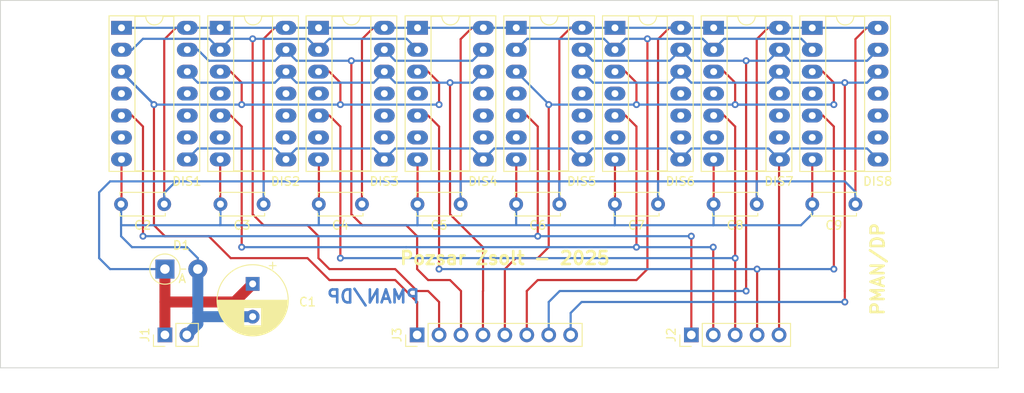
<source format=kicad_pcb>
(kicad_pcb (version 20211014) (generator pcbnew)
  (title_block (title "PMAN/DP - display module") (date "2025-08-28") (rev "1.0") (company "Pozsar Zsolt") (comment 1 "Zacchaeus Microcomputer"))
  (layers (0 "F.Cu" signal) (31 "B.Cu" signal) (34 "B.Paste" user) (35 "F.Paste" user) (36 "B.SilkS" user "B.Silkscreen") (37 "F.SilkS" user "F.Silkscreen") (38 "B.Mask" user) (39 "F.Mask" user) (44 "Edge.Cuts" user))
  (net 0 "")
  (net 1 "/D2")
  (net 2 "/D3")
  (net 4 "/S0")
  (net 5 "GNDD")
  (net 6 "/BL")
  (net 8 "/D0")
  (net 9 "/D1")
  (net 10 "/D6")
  (net 11 "/D7")
  (net 14 "/D4")
  (net 15 "/D5")
  (net 17 "/S1")
  (net 22 "/S2")
  (net 27 "/S3")
  (net 31 "Net-(C2-Pad2)")
  (footprint "Connector_PinHeader_2.54mm:PinHeader_1x02_P2.54mm_Vertical" (layer "F.Cu") (at 91.44 127 90)
    (fp_text reference "J1" (at 0 -2.33 90) (layer "F.SilkS"))
    (fp_text value "Conn_01x02_Male")
    (pad "1" thru_hole rect (at 0 0 90) (size 1.7 1.7) (drill 1) (layers *.Cu *.Mask) (net 31 "Net-(C2-Pad2)"))
    (pad "2" thru_hole oval (at 0 2.54 90) (size 1.7 1.7) (drill 1) (layers *.Cu *.Mask) (net 5 "GNDD"))
  )
  (footprint "Package_DIP:DIP-14_W7.62mm_Socket_LongPads" (layer "F.Cu") (at 97.84 91.435)
    (fp_text reference "DIS2" (at 7.57 17.785) (layer "F.SilkS"))
    (fp_text value "TIL311")
    (pad "1" thru_hole rect (at 0 0) (size 2.4 1.6) (drill 0.8) (layers *.Cu *.Mask) (net 31 "Net-(C2-Pad2)"))
    (pad "2" thru_hole oval (at 0 2.54) (size 2.4 1.6) (drill 0.8) (layers *.Cu *.Mask) (net 9 "/D1"))
    (pad "3" thru_hole oval (at 0 5.08) (size 2.4 1.6) (drill 0.8) (layers *.Cu *.Mask) (net 8 "/D0"))
    (pad "4" thru_hole oval (at 0 7.62) (size 2.4 1.6) (drill 0.8) (layers *.Cu *.Mask))
    (pad "5" thru_hole oval (at 0 10.16) (size 2.4 1.6) (drill 0.8) (layers *.Cu *.Mask) (net 17 "/S1"))
    (pad "6" thru_hole oval (at 0 12.7) (size 2.4 1.6) (drill 0.8) (layers *.Cu *.Mask))
    (pad "7" thru_hole oval (at 0 15.24) (size 2.4 1.6) (drill 0.8) (layers *.Cu *.Mask) (net 5 "GNDD"))
    (pad "8" thru_hole oval (at 7.62 15.24) (size 2.4 1.6) (drill 0.8) (layers *.Cu *.Mask) (net 6 "/BL"))
    (pad "9" thru_hole oval (at 7.62 12.7) (size 2.4 1.6) (drill 0.8) (layers *.Cu *.Mask))
    (pad "10" thru_hole oval (at 7.62 10.16) (size 2.4 1.6) (drill 0.8) (layers *.Cu *.Mask))
    (pad "11" thru_hole oval (at 7.62 7.62) (size 2.4 1.6) (drill 0.8) (layers *.Cu *.Mask))
    (pad "12" thru_hole oval (at 7.62 5.08) (size 2.4 1.6) (drill 0.8) (layers *.Cu *.Mask) (net 2 "/D3"))
    (pad "13" thru_hole oval (at 7.62 2.54) (size 2.4 1.6) (drill 0.8) (layers *.Cu *.Mask) (net 1 "/D2"))
    (pad "14" thru_hole oval (at 7.62 0) (size 2.4 1.6) (drill 0.8) (layers *.Cu *.Mask) (net 31 "Net-(C2-Pad2)"))
  )
  (footprint "Capacitor_THT:C_Disc_D5.0mm_W2.5mm_P5.00mm" (layer "F.Cu") (at 86.36 111.86)
    (fp_text reference "C2" (at 2.5 2.44) (layer "F.SilkS"))
    (fp_text value "100n")
    (pad "1" thru_hole circle (at 0 0) (size 1.6 1.6) (drill 0.8) (layers *.Cu *.Mask) (net 5 "GNDD"))
    (pad "2" thru_hole circle (at 5 0) (size 1.6 1.6) (drill 0.8) (layers *.Cu *.Mask) (net 31 "Net-(C2-Pad2)"))
  )
  (footprint "Package_DIP:DIP-14_W7.62mm_Socket_LongPads" (layer "F.Cu") (at 120.7 91.435)
    (fp_text reference "DIS4" (at 7.57 17.785) (layer "F.SilkS"))
    (fp_text value "TIL311")
    (pad "1" thru_hole rect (at 0 0) (size 2.4 1.6) (drill 0.8) (layers *.Cu *.Mask) (net 31 "Net-(C2-Pad2)"))
    (pad "2" thru_hole oval (at 0 2.54) (size 2.4 1.6) (drill 0.8) (layers *.Cu *.Mask) (net 9 "/D1"))
    (pad "3" thru_hole oval (at 0 5.08) (size 2.4 1.6) (drill 0.8) (layers *.Cu *.Mask) (net 8 "/D0"))
    (pad "4" thru_hole oval (at 0 7.62) (size 2.4 1.6) (drill 0.8) (layers *.Cu *.Mask))
    (pad "5" thru_hole oval (at 0 10.16) (size 2.4 1.6) (drill 0.8) (layers *.Cu *.Mask) (net 27 "/S3"))
    (pad "6" thru_hole oval (at 0 12.7) (size 2.4 1.6) (drill 0.8) (layers *.Cu *.Mask))
    (pad "7" thru_hole oval (at 0 15.24) (size 2.4 1.6) (drill 0.8) (layers *.Cu *.Mask) (net 5 "GNDD"))
    (pad "8" thru_hole oval (at 7.62 15.24) (size 2.4 1.6) (drill 0.8) (layers *.Cu *.Mask) (net 6 "/BL"))
    (pad "9" thru_hole oval (at 7.62 12.7) (size 2.4 1.6) (drill 0.8) (layers *.Cu *.Mask))
    (pad "10" thru_hole oval (at 7.62 10.16) (size 2.4 1.6) (drill 0.8) (layers *.Cu *.Mask))
    (pad "11" thru_hole oval (at 7.62 7.62) (size 2.4 1.6) (drill 0.8) (layers *.Cu *.Mask))
    (pad "12" thru_hole oval (at 7.62 5.08) (size 2.4 1.6) (drill 0.8) (layers *.Cu *.Mask) (net 2 "/D3"))
    (pad "13" thru_hole oval (at 7.62 2.54) (size 2.4 1.6) (drill 0.8) (layers *.Cu *.Mask) (net 1 "/D2"))
    (pad "14" thru_hole oval (at 7.62 0) (size 2.4 1.6) (drill 0.8) (layers *.Cu *.Mask) (net 31 "Net-(C2-Pad2)"))
  )
  (footprint "Package_DIP:DIP-14_W7.62mm_Socket_LongPads" (layer "F.Cu") (at 86.41 91.435)
    (fp_text reference "DIS1" (at 7.57 17.785) (layer "F.SilkS"))
    (fp_text value "TIL311")
    (pad "1" thru_hole rect (at 0 0) (size 2.4 1.6) (drill 0.8) (layers *.Cu *.Mask) (net 31 "Net-(C2-Pad2)"))
    (pad "2" thru_hole oval (at 0 2.54) (size 2.4 1.6) (drill 0.8) (layers *.Cu *.Mask) (net 9 "/D1"))
    (pad "3" thru_hole oval (at 0 5.08) (size 2.4 1.6) (drill 0.8) (layers *.Cu *.Mask) (net 8 "/D0"))
    (pad "4" thru_hole oval (at 0 7.62) (size 2.4 1.6) (drill 0.8) (layers *.Cu *.Mask))
    (pad "5" thru_hole oval (at 0 10.16) (size 2.4 1.6) (drill 0.8) (layers *.Cu *.Mask) (net 4 "/S0"))
    (pad "6" thru_hole oval (at 0 12.7) (size 2.4 1.6) (drill 0.8) (layers *.Cu *.Mask))
    (pad "7" thru_hole oval (at 0 15.24) (size 2.4 1.6) (drill 0.8) (layers *.Cu *.Mask) (net 5 "GNDD"))
    (pad "8" thru_hole oval (at 7.62 15.24) (size 2.4 1.6) (drill 0.8) (layers *.Cu *.Mask) (net 6 "/BL"))
    (pad "9" thru_hole oval (at 7.62 12.7) (size 2.4 1.6) (drill 0.8) (layers *.Cu *.Mask))
    (pad "10" thru_hole oval (at 7.62 10.16) (size 2.4 1.6) (drill 0.8) (layers *.Cu *.Mask))
    (pad "11" thru_hole oval (at 7.62 7.62) (size 2.4 1.6) (drill 0.8) (layers *.Cu *.Mask))
    (pad "12" thru_hole oval (at 7.62 5.08) (size 2.4 1.6) (drill 0.8) (layers *.Cu *.Mask) (net 2 "/D3"))
    (pad "13" thru_hole oval (at 7.62 2.54) (size 2.4 1.6) (drill 0.8) (layers *.Cu *.Mask) (net 1 "/D2"))
    (pad "14" thru_hole oval (at 7.62 0) (size 2.4 1.6) (drill 0.8) (layers *.Cu *.Mask) (net 31 "Net-(C2-Pad2)"))
  )
  (footprint "Capacitor_THT:C_Disc_D5.0mm_W2.5mm_P5.00mm" (layer "F.Cu") (at 143.55 111.86)
    (fp_text reference "C7" (at 2.5 2.44) (layer "F.SilkS"))
    (fp_text value "100n")
    (pad "1" thru_hole circle (at 0 0) (size 1.6 1.6) (drill 0.8) (layers *.Cu *.Mask) (net 5 "GNDD"))
    (pad "2" thru_hole circle (at 5 0) (size 1.6 1.6) (drill 0.8) (layers *.Cu *.Mask) (net 31 "Net-(C2-Pad2)"))
  )
  (footprint "Capacitor_THT:C_Disc_D5.0mm_W2.5mm_P5.00mm" (layer "F.Cu") (at 120.69 111.86)
    (fp_text reference "C5" (at 2.5 2.44) (layer "F.SilkS"))
    (fp_text value "100n")
    (pad "1" thru_hole circle (at 0 0) (size 1.6 1.6) (drill 0.8) (layers *.Cu *.Mask) (net 5 "GNDD"))
    (pad "2" thru_hole circle (at 5 0) (size 1.6 1.6) (drill 0.8) (layers *.Cu *.Mask) (net 31 "Net-(C2-Pad2)"))
  )
  (footprint "Capacitor_THT:C_Disc_D5.0mm_W2.5mm_P5.00mm" (layer "F.Cu") (at 132.12 111.86)
    (fp_text reference "C6" (at 2.5 2.44) (layer "F.SilkS"))
    (fp_text value "100n")
    (pad "1" thru_hole circle (at 0 0) (size 1.6 1.6) (drill 0.8) (layers *.Cu *.Mask) (net 5 "GNDD"))
    (pad "2" thru_hole circle (at 5 0) (size 1.6 1.6) (drill 0.8) (layers *.Cu *.Mask) (net 31 "Net-(C2-Pad2)"))
  )
  (footprint "Connector_PinHeader_2.54mm:PinHeader_1x08_P2.54mm_Vertical" (layer "F.Cu") (at 120.65 127 90)
    (fp_text reference "J3" (at 0 -2.33 90) (layer "F.SilkS"))
    (fp_text value "Conn_01x08_Male")
    (pad "1" thru_hole rect (at 0 0 90) (size 1.7 1.7) (drill 1) (layers *.Cu *.Mask) (net 8 "/D0"))
    (pad "2" thru_hole oval (at 0 2.54 90) (size 1.7 1.7) (drill 1) (layers *.Cu *.Mask) (net 9 "/D1"))
    (pad "3" thru_hole oval (at 0 5.08 90) (size 1.7 1.7) (drill 1) (layers *.Cu *.Mask) (net 1 "/D2"))
    (pad "4" thru_hole oval (at 0 7.62 90) (size 1.7 1.7) (drill 1) (layers *.Cu *.Mask) (net 2 "/D3"))
    (pad "5" thru_hole oval (at 0 10.16 90) (size 1.7 1.7) (drill 1) (layers *.Cu *.Mask) (net 14 "/D4"))
    (pad "6" thru_hole oval (at 0 12.7 90) (size 1.7 1.7) (drill 1) (layers *.Cu *.Mask) (net 15 "/D5"))
    (pad "7" thru_hole oval (at 0 15.24 90) (size 1.7 1.7) (drill 1) (layers *.Cu *.Mask) (net 10 "/D6"))
    (pad "8" thru_hole oval (at 0 17.78 90) (size 1.7 1.7) (drill 1) (layers *.Cu *.Mask) (net 11 "/D7"))
  )
  (footprint "Capacitor_THT:CP_Radial_D8.0mm_P3.80mm" (layer "F.Cu") (at 101.6 121.090839 -90)
    (fp_text reference "C1" (at 2.099161 -6.35 180) (layer "F.SilkS"))
    (fp_text value "100u")
    (pad "1" thru_hole rect (at 0 0 270) (size 1.6 1.6) (drill 0.8) (layers *.Cu *.Mask) (net 31 "Net-(C2-Pad2)"))
    (pad "2" thru_hole circle (at 3.8 0 270) (size 1.6 1.6) (drill 0.8) (layers *.Cu *.Mask) (net 5 "GNDD"))
  )
  (footprint "Package_DIP:DIP-14_W7.62mm_Socket_LongPads" (layer "F.Cu") (at 132.13 91.435)
    (fp_text reference "DIS5" (at 7.57 17.785) (layer "F.SilkS"))
    (fp_text value "TIL311")
    (pad "1" thru_hole rect (at 0 0) (size 2.4 1.6) (drill 0.8) (layers *.Cu *.Mask) (net 31 "Net-(C2-Pad2)"))
    (pad "2" thru_hole oval (at 0 2.54) (size 2.4 1.6) (drill 0.8) (layers *.Cu *.Mask) (net 15 "/D5"))
    (pad "3" thru_hole oval (at 0 5.08) (size 2.4 1.6) (drill 0.8) (layers *.Cu *.Mask) (net 14 "/D4"))
    (pad "4" thru_hole oval (at 0 7.62) (size 2.4 1.6) (drill 0.8) (layers *.Cu *.Mask))
    (pad "5" thru_hole oval (at 0 10.16) (size 2.4 1.6) (drill 0.8) (layers *.Cu *.Mask) (net 4 "/S0"))
    (pad "6" thru_hole oval (at 0 12.7) (size 2.4 1.6) (drill 0.8) (layers *.Cu *.Mask))
    (pad "7" thru_hole oval (at 0 15.24) (size 2.4 1.6) (drill 0.8) (layers *.Cu *.Mask) (net 5 "GNDD"))
    (pad "8" thru_hole oval (at 7.62 15.24) (size 2.4 1.6) (drill 0.8) (layers *.Cu *.Mask) (net 6 "/BL"))
    (pad "9" thru_hole oval (at 7.62 12.7) (size 2.4 1.6) (drill 0.8) (layers *.Cu *.Mask))
    (pad "10" thru_hole oval (at 7.62 10.16) (size 2.4 1.6) (drill 0.8) (layers *.Cu *.Mask))
    (pad "11" thru_hole oval (at 7.62 7.62) (size 2.4 1.6) (drill 0.8) (layers *.Cu *.Mask))
    (pad "12" thru_hole oval (at 7.62 5.08) (size 2.4 1.6) (drill 0.8) (layers *.Cu *.Mask) (net 11 "/D7"))
    (pad "13" thru_hole oval (at 7.62 2.54) (size 2.4 1.6) (drill 0.8) (layers *.Cu *.Mask) (net 10 "/D6"))
    (pad "14" thru_hole oval (at 7.62 0) (size 2.4 1.6) (drill 0.8) (layers *.Cu *.Mask) (net 31 "Net-(C2-Pad2)"))
  )
  (footprint "MountingHole:MountingHole_3.7mm" (layer "F.Cu") (at 182.88 98.425)
    (fp_text reference "REF**" hide)
    (fp_text value "MountingHole_3.7mm")
    (pad "" np_thru_hole oval (at 0 0) (size 3.7 8) (drill oval 3.7 8) (layers F&B.Cu *.Mask))
  )
  (footprint "Capacitor_THT:C_Disc_D5.0mm_W2.5mm_P5.00mm" (layer "F.Cu") (at 166.41 111.86)
    (fp_text reference "C9" (at 2.5 2.44) (layer "F.SilkS"))
    (fp_text value "100n")
    (pad "1" thru_hole circle (at 0 0) (size 1.6 1.6) (drill 0.8) (layers *.Cu *.Mask) (net 5 "GNDD"))
    (pad "2" thru_hole circle (at 5 0) (size 1.6 1.6) (drill 0.8) (layers *.Cu *.Mask) (net 31 "Net-(C2-Pad2)"))
  )
  (footprint "Package_DIP:DIP-14_W7.62mm_Socket_LongPads" (layer "F.Cu") (at 143.56 91.435)
    (fp_text reference "DIS6" (at 7.57 17.785) (layer "F.SilkS"))
    (fp_text value "TIL311")
    (pad "1" thru_hole rect (at 0 0) (size 2.4 1.6) (drill 0.8) (layers *.Cu *.Mask) (net 31 "Net-(C2-Pad2)"))
    (pad "2" thru_hole oval (at 0 2.54) (size 2.4 1.6) (drill 0.8) (layers *.Cu *.Mask) (net 15 "/D5"))
    (pad "3" thru_hole oval (at 0 5.08) (size 2.4 1.6) (drill 0.8) (layers *.Cu *.Mask) (net 14 "/D4"))
    (pad "4" thru_hole oval (at 0 7.62) (size 2.4 1.6) (drill 0.8) (layers *.Cu *.Mask))
    (pad "5" thru_hole oval (at 0 10.16) (size 2.4 1.6) (drill 0.8) (layers *.Cu *.Mask) (net 17 "/S1"))
    (pad "6" thru_hole oval (at 0 12.7) (size 2.4 1.6) (drill 0.8) (layers *.Cu *.Mask))
    (pad "7" thru_hole oval (at 0 15.24) (size 2.4 1.6) (drill 0.8) (layers *.Cu *.Mask) (net 5 "GNDD"))
    (pad "8" thru_hole oval (at 7.62 15.24) (size 2.4 1.6) (drill 0.8) (layers *.Cu *.Mask) (net 6 "/BL"))
    (pad "9" thru_hole oval (at 7.62 12.7) (size 2.4 1.6) (drill 0.8) (layers *.Cu *.Mask))
    (pad "10" thru_hole oval (at 7.62 10.16) (size 2.4 1.6) (drill 0.8) (layers *.Cu *.Mask))
    (pad "11" thru_hole oval (at 7.62 7.62) (size 2.4 1.6) (drill 0.8) (layers *.Cu *.Mask))
    (pad "12" thru_hole oval (at 7.62 5.08) (size 2.4 1.6) (drill 0.8) (layers *.Cu *.Mask) (net 11 "/D7"))
    (pad "13" thru_hole oval (at 7.62 2.54) (size 2.4 1.6) (drill 0.8) (layers *.Cu *.Mask) (net 10 "/D6"))
    (pad "14" thru_hole oval (at 7.62 0) (size 2.4 1.6) (drill 0.8) (layers *.Cu *.Mask) (net 31 "Net-(C2-Pad2)"))
  )
  (footprint "" (layer "F.Cu") (at 77.47 98.425)
    (fp_text reference "" (at 0 0) (layer "F.SilkS") (effects (font (size 1.27 1.27))))
    (fp_text value "" (at 0 0) (layer "F.SilkS") (effects (font (size 1.27 1.27))))
    (pad "" np_thru_hole oval (at 0 0) (size 3.7 8) (drill oval 3.7 8) (layers F&B.Cu *.Mask))
  )
  (footprint "Capacitor_THT:C_Disc_D5.0mm_W2.5mm_P5.00mm" (layer "F.Cu") (at 97.87 111.86)
    (fp_text reference "C3" (at 2.5 2.44) (layer "F.SilkS"))
    (fp_text value "100n")
    (pad "1" thru_hole circle (at 0 0) (size 1.6 1.6) (drill 0.8) (layers *.Cu *.Mask) (net 5 "GNDD"))
    (pad "2" thru_hole circle (at 5 0) (size 1.6 1.6) (drill 0.8) (layers *.Cu *.Mask) (net 31 "Net-(C2-Pad2)"))
  )
  (footprint "Package_DIP:DIP-14_W7.62mm_Socket_LongPads" (layer "F.Cu") (at 109.23 91.435)
    (fp_text reference "DIS3" (at 7.61 17.785) (layer "F.SilkS"))
    (fp_text value "TIL311")
    (pad "1" thru_hole rect (at 0 0) (size 2.4 1.6) (drill 0.8) (layers *.Cu *.Mask) (net 31 "Net-(C2-Pad2)"))
    (pad "2" thru_hole oval (at 0 2.54) (size 2.4 1.6) (drill 0.8) (layers *.Cu *.Mask) (net 9 "/D1"))
    (pad "3" thru_hole oval (at 0 5.08) (size 2.4 1.6) (drill 0.8) (layers *.Cu *.Mask) (net 8 "/D0"))
    (pad "4" thru_hole oval (at 0 7.62) (size 2.4 1.6) (drill 0.8) (layers *.Cu *.Mask))
    (pad "5" thru_hole oval (at 0 10.16) (size 2.4 1.6) (drill 0.8) (layers *.Cu *.Mask) (net 22 "/S2"))
    (pad "6" thru_hole oval (at 0 12.7) (size 2.4 1.6) (drill 0.8) (layers *.Cu *.Mask))
    (pad "7" thru_hole oval (at 0 15.24) (size 2.4 1.6) (drill 0.8) (layers *.Cu *.Mask) (net 5 "GNDD"))
    (pad "8" thru_hole oval (at 7.62 15.24) (size 2.4 1.6) (drill 0.8) (layers *.Cu *.Mask) (net 6 "/BL"))
    (pad "9" thru_hole oval (at 7.62 12.7) (size 2.4 1.6) (drill 0.8) (layers *.Cu *.Mask))
    (pad "10" thru_hole oval (at 7.62 10.16) (size 2.4 1.6) (drill 0.8) (layers *.Cu *.Mask))
    (pad "11" thru_hole oval (at 7.62 7.62) (size 2.4 1.6) (drill 0.8) (layers *.Cu *.Mask))
    (pad "12" thru_hole oval (at 7.62 5.08) (size 2.4 1.6) (drill 0.8) (layers *.Cu *.Mask) (net 2 "/D3"))
    (pad "13" thru_hole oval (at 7.62 2.54) (size 2.4 1.6) (drill 0.8) (layers *.Cu *.Mask) (net 1 "/D2"))
    (pad "14" thru_hole oval (at 7.62 0) (size 2.4 1.6) (drill 0.8) (layers *.Cu *.Mask) (net 31 "Net-(C2-Pad2)"))
  )
  (footprint "Package_DIP:DIP-14_W7.62mm_Socket_LongPads" (layer "F.Cu") (at 166.41 91.44)
    (fp_text reference "DIS8" (at 7.58 17.78) (layer "F.SilkS"))
    (fp_text value "TIL311")
    (pad "1" thru_hole rect (at 0 0) (size 2.4 1.6) (drill 0.8) (layers *.Cu *.Mask) (net 31 "Net-(C2-Pad2)"))
    (pad "2" thru_hole oval (at 0 2.54) (size 2.4 1.6) (drill 0.8) (layers *.Cu *.Mask) (net 15 "/D5"))
    (pad "3" thru_hole oval (at 0 5.08) (size 2.4 1.6) (drill 0.8) (layers *.Cu *.Mask) (net 14 "/D4"))
    (pad "4" thru_hole oval (at 0 7.62) (size 2.4 1.6) (drill 0.8) (layers *.Cu *.Mask))
    (pad "5" thru_hole oval (at 0 10.16) (size 2.4 1.6) (drill 0.8) (layers *.Cu *.Mask) (net 27 "/S3"))
    (pad "6" thru_hole oval (at 0 12.7) (size 2.4 1.6) (drill 0.8) (layers *.Cu *.Mask))
    (pad "7" thru_hole oval (at 0 15.24) (size 2.4 1.6) (drill 0.8) (layers *.Cu *.Mask) (net 5 "GNDD"))
    (pad "8" thru_hole oval (at 7.62 15.24) (size 2.4 1.6) (drill 0.8) (layers *.Cu *.Mask) (net 6 "/BL"))
    (pad "9" thru_hole oval (at 7.62 12.7) (size 2.4 1.6) (drill 0.8) (layers *.Cu *.Mask))
    (pad "10" thru_hole oval (at 7.62 10.16) (size 2.4 1.6) (drill 0.8) (layers *.Cu *.Mask))
    (pad "11" thru_hole oval (at 7.62 7.62) (size 2.4 1.6) (drill 0.8) (layers *.Cu *.Mask))
    (pad "12" thru_hole oval (at 7.62 5.08) (size 2.4 1.6) (drill 0.8) (layers *.Cu *.Mask) (net 11 "/D7"))
    (pad "13" thru_hole oval (at 7.62 2.54) (size 2.4 1.6) (drill 0.8) (layers *.Cu *.Mask) (net 10 "/D6"))
    (pad "14" thru_hole oval (at 7.62 0) (size 2.4 1.6) (drill 0.8) (layers *.Cu *.Mask) (net 31 "Net-(C2-Pad2)"))
  )
  (footprint "Capacitor_THT:C_Disc_D5.0mm_W2.5mm_P5.00mm" (layer "F.Cu") (at 109.26 111.86)
    (fp_text reference "C4" (at 2.5 2.44) (layer "F.SilkS"))
    (fp_text value "100n")
    (pad "1" thru_hole circle (at 0 0) (size 1.6 1.6) (drill 0.8) (layers *.Cu *.Mask) (net 5 "GNDD"))
    (pad "2" thru_hole circle (at 5 0) (size 1.6 1.6) (drill 0.8) (layers *.Cu *.Mask) (net 31 "Net-(C2-Pad2)"))
  )
  (footprint "Connector_PinHeader_2.54mm:PinHeader_1x05_P2.54mm_Vertical" (layer "F.Cu") (at 152.405 127 90)
    (fp_text reference "J2" (at 0 -2.33 90) (layer "F.SilkS"))
    (fp_text value "Conn_01x05_Male")
    (pad "1" thru_hole rect (at 0 0 90) (size 1.7 1.7) (drill 1) (layers *.Cu *.Mask) (net 4 "/S0"))
    (pad "2" thru_hole oval (at 0 2.54 90) (size 1.7 1.7) (drill 1) (layers *.Cu *.Mask) (net 17 "/S1"))
    (pad "3" thru_hole oval (at 0 5.08 90) (size 1.7 1.7) (drill 1) (layers *.Cu *.Mask) (net 22 "/S2"))
    (pad "4" thru_hole oval (at 0 7.62 90) (size 1.7 1.7) (drill 1) (layers *.Cu *.Mask) (net 27 "/S3"))
    (pad "5" thru_hole oval (at 0 10.16 90) (size 1.7 1.7) (drill 1) (layers *.Cu *.Mask) (net 6 "/BL"))
  )
  (footprint "Capacitor_THT:C_Disc_D5.0mm_W2.5mm_P5.00mm" (layer "F.Cu") (at 154.98 111.86)
    (fp_text reference "C8" (at 2.5 2.44) (layer "F.SilkS"))
    (fp_text value "100n")
    (pad "1" thru_hole circle (at 0 0) (size 1.6 1.6) (drill 0.8) (layers *.Cu *.Mask) (net 5 "GNDD"))
    (pad "2" thru_hole circle (at 5 0) (size 1.6 1.6) (drill 0.8) (layers *.Cu *.Mask) (net 31 "Net-(C2-Pad2)"))
  )
  (footprint "Diode_THT:D_DO-41_SOD81_P3.81mm_Vertical_AnodeUp" (layer "F.Cu") (at 91.44 119.38)
    (fp_text reference "D1" (at 1.905 -2.750635) (layer "F.SilkS"))
    (fp_text value "1N4001")
    (fp_text user "A" (at 2.01 1.1) (layer "F.SilkS"))
    (pad "1" thru_hole rect (at 0 0) (size 2.2 2.2) (drill 1.1) (layers *.Cu *.Mask) (net 31 "Net-(C2-Pad2)"))
    (pad "2" thru_hole oval (at 3.81 0) (size 2.2 2.2) (drill 1.1) (layers *.Cu *.Mask) (net 5 "GNDD"))
  )
  (footprint "Package_DIP:DIP-14_W7.62mm_Socket_LongPads" (layer "F.Cu") (at 154.99 91.435)
    (fp_text reference "DIS7" (at 7.57 17.785) (layer "F.SilkS"))
    (fp_text value "TIL311")
    (pad "1" thru_hole rect (at 0 0) (size 2.4 1.6) (drill 0.8) (layers *.Cu *.Mask) (net 31 "Net-(C2-Pad2)"))
    (pad "2" thru_hole oval (at 0 2.54) (size 2.4 1.6) (drill 0.8) (layers *.Cu *.Mask) (net 15 "/D5"))
    (pad "3" thru_hole oval (at 0 5.08) (size 2.4 1.6) (drill 0.8) (layers *.Cu *.Mask) (net 14 "/D4"))
    (pad "4" thru_hole oval (at 0 7.62) (size 2.4 1.6) (drill 0.8) (layers *.Cu *.Mask))
    (pad "5" thru_hole oval (at 0 10.16) (size 2.4 1.6) (drill 0.8) (layers *.Cu *.Mask) (net 22 "/S2"))
    (pad "6" thru_hole oval (at 0 12.7) (size 2.4 1.6) (drill 0.8) (layers *.Cu *.Mask))
    (pad "7" thru_hole oval (at 0 15.24) (size 2.4 1.6) (drill 0.8) (layers *.Cu *.Mask) (net 5 "GNDD"))
    (pad "8" thru_hole oval (at 7.62 15.24) (size 2.4 1.6) (drill 0.8) (layers *.Cu *.Mask) (net 6 "/BL"))
    (pad "9" thru_hole oval (at 7.62 12.7) (size 2.4 1.6) (drill 0.8) (layers *.Cu *.Mask))
    (pad "10" thru_hole oval (at 7.62 10.16) (size 2.4 1.6) (drill 0.8) (layers *.Cu *.Mask))
    (pad "11" thru_hole oval (at 7.62 7.62) (size 2.4 1.6) (drill 0.8) (layers *.Cu *.Mask))
    (pad "12" thru_hole oval (at 7.62 5.08) (size 2.4 1.6) (drill 0.8) (layers *.Cu *.Mask) (net 11 "/D7"))
    (pad "13" thru_hole oval (at 7.62 2.54) (size 2.4 1.6) (drill 0.8) (layers *.Cu *.Mask) (net 10 "/D6"))
    (pad "14" thru_hole oval (at 7.62 0) (size 2.4 1.6) (drill 0.8) (layers *.Cu *.Mask) (net 31 "Net-(C2-Pad2)"))
  )
  (gr_line (start 72.39 130.81) (end 72.39 88.265) (layer "Edge.Cuts") (width 0.1))
  (gr_line (start 187.96 130.81) (end 72.39 130.81) (layer "Edge.Cuts") (width 0.1))
  (gr_line (start 187.96 88.265) (end 187.96 130.81) (layer "Edge.Cuts") (width 0.1))
  (gr_line (start 187.96 88.265) (end 72.39 88.265) (layer "Edge.Cuts") (width 0.1))
  (gr_text "PMAN/DP" (at 115.57 122.555) (layer "B.Cu") (effects (font (size 1.5 1.5) (thickness 0.3)) (justify mirror)))
  (gr_text "Pozsar Zsolt - 2025" (at 130.81 118.11) (layer "F.SilkS") (effects (font (size 1.5 1.5) (thickness 0.3))))
  (gr_text "PMAN/DP" (at 173.99 119.38 90) (layer "F.SilkS") (effects (font (size 1.5 1.5) (thickness 0.3))))
  (segment (start 125.73 121.92) (end 124.46 120.65) (width 0.25) (layer "F.Cu") (net 1))
  (segment (start 120.65 119.38) (end 120.65 115.57) (width 0.25) (layer "F.Cu") (net 1))
  (segment (start 121.92 120.65) (end 120.65 119.38) (width 0.25) (layer "F.Cu") (net 1))
  (segment (start 119.38 114.3) (end 114.3 114.3) (width 0.25) (layer "F.Cu") (net 1))
  (segment (start 120.65 115.57) (end 119.38 114.3) (width 0.25) (layer "F.Cu") (net 1))
  (segment (start 125.73 127) (end 125.73 121.92) (width 0.25) (layer "F.Cu") (net 1))
  (segment (start 124.46 120.65) (end 121.92 120.65) (width 0.25) (layer "F.Cu") (net 1))
  (segment (start 114.3 114.3) (end 113.03 113.03) (width 0.25) (layer "F.Cu") (net 1))
  (segment (start 113.03 113.03) (end 113.03 95.25) (width 0.25) (layer "F.Cu") (net 1))
  (via (at 113.03 95.25) (size 0.8) (drill 0.4) (layers "F.Cu" "B.Cu") (net 1))
  (segment (start 104.185 95.25) (end 105.46 93.975) (width 0.25) (layer "B.Cu") (net 1))
  (segment (start 116.89 93.975) (end 116.89 94.03) (width 0.25) (layer "B.Cu") (net 1))
  (segment (start 116.89 94.03) (end 118.11 95.25) (width 0.25) (layer "B.Cu") (net 1))
  (segment (start 105.46 93.975) (end 105.46 94.03) (width 0.25) (layer "B.Cu") (net 1))
  (segment (start 115.615 95.25) (end 116.89 93.975) (width 0.25) (layer "B.Cu") (net 1))
  (segment (start 96.52 95.25) (end 104.185 95.25) (width 0.25) (layer "B.Cu") (net 1))
  (segment (start 118.11 95.25) (end 127.045 95.25) (width 0.25) (layer "B.Cu") (net 1))
  (segment (start 106.68 95.25) (end 115.615 95.25) (width 0.25) (layer "B.Cu") (net 1))
  (segment (start 94.03 93.975) (end 95.245 93.975) (width 0.25) (layer "B.Cu") (net 1))
  (segment (start 127.045 95.25) (end 128.32 93.975) (width 0.25) (layer "B.Cu") (net 1))
  (segment (start 95.245 93.975) (end 96.52 95.25) (width 0.25) (layer "B.Cu") (net 1))
  (segment (start 105.46 94.03) (end 106.68 95.25) (width 0.25) (layer "B.Cu") (net 1))
  (segment (start 128.285 116.855) (end 128.285 121.92) (width 0.25) (layer "F.Cu") (net 2))
  (segment (start 128.285 121.92) (end 128.27 121.935) (width 0.25) (layer "F.Cu") (net 2))
  (segment (start 124.46 97.79) (end 124.46 113.03) (width 0.25) (layer "F.Cu") (net 2))
  (segment (start 128.27 121.935) (end 128.27 127) (width 0.25) (layer "F.Cu") (net 2))
  (segment (start 124.46 113.03) (end 128.285 116.855) (width 0.25) (layer "F.Cu") (net 2))
  (via (at 124.46 97.79) (size 0.8) (drill 0.4) (layers "F.Cu" "B.Cu") (net 2))
  (segment (start 118.11 97.79) (end 127.045 97.79) (width 0.25) (layer "B.Cu") (net 2))
  (segment (start 115.615 97.79) (end 116.89 96.515) (width 0.25) (layer "B.Cu") (net 2))
  (segment (start 94.03 96.57) (end 95.25 97.79) (width 0.25) (layer "B.Cu") (net 2))
  (segment (start 105.46 96.57) (end 106.68 97.79) (width 0.25) (layer "B.Cu") (net 2))
  (segment (start 94.03 96.515) (end 94.03 96.57) (width 0.25) (layer "B.Cu") (net 2))
  (segment (start 127.045 97.79) (end 128.32 96.515) (width 0.25) (layer "B.Cu") (net 2))
  (segment (start 106.68 97.79) (end 115.615 97.79) (width 0.25) (layer "B.Cu") (net 2))
  (segment (start 95.25 97.79) (end 104.185 97.79) (width 0.25) (layer "B.Cu") (net 2))
  (segment (start 105.46 96.515) (end 105.46 96.57) (width 0.25) (layer "B.Cu") (net 2))
  (segment (start 104.185 97.79) (end 105.46 96.515) (width 0.25) (layer "B.Cu") (net 2))
  (segment (start 116.89 96.57) (end 118.11 97.79) (width 0.25) (layer "B.Cu") (net 2))
  (segment (start 116.89 96.515) (end 116.89 96.57) (width 0.25) (layer "B.Cu") (net 2))
  (segment (start 86.41 101.595) (end 87.625 101.595) (width 0.25) (layer "F.Cu") (net 4))
  (segment (start 134.62 102.87) (end 133.345 101.595) (width 0.25) (layer "F.Cu") (net 4))
  (segment (start 87.625 101.595) (end 88.9 102.87) (width 0.25) (layer "F.Cu") (net 4))
  (segment (start 88.9 102.87) (end 88.9 115.57) (width 0.25) (layer "F.Cu") (net 4))
  (segment (start 134.62 115.57) (end 134.62 102.87) (width 0.25) (layer "F.Cu") (net 4))
  (segment (start 152.405 127) (end 152.405 115.575) (width 0.25) (layer "F.Cu") (net 4))
  (segment (start 152.405 115.575) (end 152.4 115.57) (width 0.25) (layer "F.Cu") (net 4))
  (segment (start 133.345 101.595) (end 132.13 101.595) (width 0.25) (layer "F.Cu") (net 4))
  (via (at 88.9 115.57) (size 0.8) (drill 0.4) (layers "F.Cu" "B.Cu") (net 4))
  (via (at 134.62 115.57) (size 0.8) (drill 0.4) (layers "F.Cu" "B.Cu") (net 4))
  (via (at 152.4 115.57) (size 0.8) (drill 0.4) (layers "F.Cu" "B.Cu") (net 4))
  (segment (start 134.62 115.57) (end 152.4 115.57) (width 0.25) (layer "B.Cu") (net 4))
  (segment (start 88.9 115.57) (end 134.62 115.57) (width 0.25) (layer "B.Cu") (net 4))
  (segment (start 154.99 111.85) (end 154.98 111.86) (width 0.25) (layer "F.Cu") (net 5))
  (segment (start 132.13 111.85) (end 132.12 111.86) (width 0.25) (layer "F.Cu") (net 5))
  (segment (start 166.41 106.68) (end 166.41 111.86) (width 0.25) (layer "F.Cu") (net 5))
  (segment (start 86.41 106.675) (end 86.41 111.81) (width 0.25) (layer "F.Cu") (net 5))
  (segment (start 86.41 111.81) (end 86.36 111.86) (width 0.25) (layer "F.Cu") (net 5))
  (segment (start 109.27 111.85) (end 109.26 111.86) (width 0.25) (layer "F.Cu") (net 5))
  (segment (start 143.56 111.85) (end 143.55 111.86) (width 0.25) (layer "F.Cu") (net 5))
  (segment (start 132.13 106.675) (end 132.13 111.85) (width 0.25) (layer "F.Cu") (net 5))
  (segment (start 97.84 111.83) (end 97.87 111.86) (width 0.25) (layer "F.Cu") (net 5))
  (segment (start 109.27 106.675) (end 109.27 111.85) (width 0.25) (layer "F.Cu") (net 5))
  (segment (start 154.99 106.675) (end 154.99 111.85) (width 0.25) (layer "F.Cu") (net 5))
  (segment (start 143.56 106.675) (end 143.56 111.85) (width 0.25) (layer "F.Cu") (net 5))
  (segment (start 120.7 106.675) (end 120.7 111.85) (width 0.25) (layer "F.Cu") (net 5))
  (segment (start 97.84 106.675) (end 97.84 111.83) (width 0.25) (layer "F.Cu") (net 5))
  (segment (start 120.7 111.85) (end 120.69 111.86) (width 0.25) (layer "F.Cu") (net 5))
  (segment (start 143.51 114.3) (end 120.65 114.3) (width 0.25) (layer "B.Cu") (net 5))
  (segment (start 95.25 125.73) (end 95.25 124.46) (width 1.27) (layer "B.Cu") (net 5))
  (segment (start 132.12 111.86) (end 132.12 114.26) (width 0.25) (layer "B.Cu") (net 5))
  (segment (start 109.26 111.86) (end 109.26 114.26) (width 0.25) (layer "B.Cu") (net 5))
  (segment (start 97.87 111.86) (end 97.87 114.22) (width 0.25) (layer "B.Cu") (net 5))
  (segment (start 166.41 112.99) (end 166.41 111.86) (width 0.25) (layer "B.Cu") (net 5))
  (segment (start 95.680839 124.890839) (end 95.25 124.46) (width 0.25) (layer "B.Cu") (net 5))
  (segment (start 95.25 119.38) (end 95.25 118.11) (width 0.25) (layer "B.Cu") (net 5))
  (segment (start 87.63 116.84) (end 86.36 115.57) (width 0.25) (layer "B.Cu") (net 5))
  (segment (start 86.36 115.57) (end 86.36 111.86) (width 0.25) (layer "B.Cu") (net 5))
  (segment (start 93.98 127) (end 95.25 125.73) (width 1.27) (layer "B.Cu") (net 5))
  (segment (start 101.6 124.890839) (end 95.680839 124.890839) (width 1.27) (layer "B.Cu") (net 5))
  (segment (start 143.55 114.26) (end 143.51 114.3) (width 0.25) (layer "B.Cu") (net 5))
  (segment (start 120.69 114.26) (end 120.65 114.3) (width 0.25) (layer "B.Cu") (net 5))
  (segment (start 120.69 111.86) (end 120.69 114.26) (width 0.25) (layer "B.Cu") (net 5))
  (segment (start 95.25 118.11) (end 93.98 116.84) (width 0.25) (layer "B.Cu") (net 5))
  (segment (start 97.87 114.22) (end 97.79 114.3) (width 0.25) (layer "B.Cu") (net 5))
  (segment (start 93.98 116.84) (end 87.63 116.84) (width 0.25) (layer "B.Cu") (net 5))
  (segment (start 154.98 111.86) (end 154.98 114.26) (width 0.25) (layer "B.Cu") (net 5))
  (segment (start 154.94 114.3) (end 165.1 114.3) (width 0.25) (layer "B.Cu") (net 5))
  (segment (start 86.36 114.3) (end 86.36 111.86) (width 0.25) (layer "B.Cu") (net 5))
  (segment (start 143.51 114.3) (end 154.94 114.3) (width 0.25) (layer "B.Cu") (net 5))
  (segment (start 120.65 114.3) (end 86.36 114.3) (width 0.25) (layer "B.Cu") (net 5))
  (segment (start 165.1 114.3) (end 166.41 112.99) (width 0.25) (layer "B.Cu") (net 5))
  (segment (start 154.98 114.26) (end 154.94 114.3) (width 0.25) (layer "B.Cu") (net 5))
  (segment (start 95.25 124.46) (end 95.25 119.38) (width 1.27) (layer "B.Cu") (net 5))
  (segment (start 143.55 111.86) (end 143.55 114.26) (width 0.25) (layer "B.Cu") (net 5))
  (segment (start 162.565 127) (end 162.565 106.72) (width 0.25) (layer "F.Cu") (net 6))
  (segment (start 162.565 106.72) (end 162.61 106.675) (width 0.25) (layer "F.Cu") (net 6))
  (segment (start 118.11 105.41) (end 127.055 105.41) (width 0.25) (layer "B.Cu") (net 6))
  (segment (start 94.03 106.63) (end 95.25 105.41) (width 0.25) (layer "B.Cu") (net 6))
  (segment (start 138.485 105.41) (end 139.75 106.675) (width 0.25) (layer "B.Cu") (net 6))
  (segment (start 161.345 105.41) (end 162.61 106.675) (width 0.25) (layer "B.Cu") (net 6))
  (segment (start 116.89 106.675) (end 116.89 106.63) (width 0.25) (layer "B.Cu") (net 6))
  (segment (start 162.61 106.63) (end 163.83 105.41) (width 0.25) (layer "B.Cu") (net 6))
  (segment (start 105.46 106.675) (end 105.46 106.63) (width 0.25) (layer "B.Cu") (net 6))
  (segment (start 129.585 105.41) (end 138.485 105.41) (width 0.25) (layer "B.Cu") (net 6))
  (segment (start 106.68 105.41) (end 115.625 105.41) (width 0.25) (layer "B.Cu") (net 6))
  (segment (start 95.25 105.41) (end 104.195 105.41) (width 0.25) (layer "B.Cu") (net 6))
  (segment (start 105.46 106.63) (end 106.68 105.41) (width 0.25) (layer "B.Cu") (net 6))
  (segment (start 139.75 106.63) (end 140.97 105.41) (width 0.25) (layer "B.Cu") (net 6))
  (segment (start 172.76 105.41) (end 174.03 106.68) (width 0.25) (layer "B.Cu") (net 6))
  (segment (start 151.18 106.63) (end 152.4 105.41) (width 0.25) (layer "B.Cu") (net 6))
  (segment (start 128.32 106.675) (end 129.585 105.41) (width 0.25) (layer "B.Cu") (net 6))
  (segment (start 115.625 105.41) (end 116.89 106.675) (width 0.25) (layer "B.Cu") (net 6))
  (segment (start 127.055 105.41) (end 128.32 106.675) (width 0.25) (layer "B.Cu") (net 6))
  (segment (start 152.4 105.41) (end 161.345 105.41) (width 0.25) (layer "B.Cu") (net 6))
  (segment (start 116.89 106.63) (end 118.11 105.41) (width 0.25) (layer "B.Cu") (net 6))
  (segment (start 162.61 106.675) (end 162.61 106.63) (width 0.25) (layer "B.Cu") (net 6))
  (segment (start 139.75 106.675) (end 139.75 106.63) (width 0.25) (layer "B.Cu") (net 6))
  (segment (start 104.195 105.41) (end 105.46 106.675) (width 0.25) (layer "B.Cu") (net 6))
  (segment (start 149.915 105.41) (end 151.18 106.675) (width 0.25) (layer "B.Cu") (net 6))
  (segment (start 94.03 106.675) (end 94.03 106.63) (width 0.25) (layer "B.Cu") (net 6))
  (segment (start 140.97 105.41) (end 149.915 105.41) (width 0.25) (layer "B.Cu") (net 6))
  (segment (start 151.18 106.675) (end 151.18 106.63) (width 0.25) (layer "B.Cu") (net 6))
  (segment (start 163.83 105.41) (end 172.76 105.41) (width 0.25) (layer "B.Cu") (net 6))
  (segment (start 100.33 97.79) (end 99.055 96.515) (width 0.25) (layer "F.Cu") (net 8))
  (segment (start 96.52 115.57) (end 91.44 115.57) (width 0.25) (layer "F.Cu") (net 8))
  (segment (start 120.65 127) (end 120.65 123.19) (width 0.25) (layer "F.Cu") (net 8))
  (segment (start 91.44 115.57) (end 90.17 114.3) (width 0.25) (layer "F.Cu") (net 8))
  (segment (start 120.65 123.19) (end 118.11 120.65) (width 0.25) (layer "F.Cu") (net 8))
  (segment (start 118.11 120.65) (end 110.49 120.65) (width 0.25) (layer "F.Cu") (net 8))
  (segment (start 111.76 97.79) (end 110.485 96.515) (width 0.25) (layer "F.Cu") (net 8))
  (segment (start 99.055 96.515) (end 97.84 96.515) (width 0.25) (layer "F.Cu") (net 8))
  (segment (start 110.49 120.65) (end 107.95 118.11) (width 0.25) (layer "F.Cu") (net 8))
  (segment (start 123.19 97.79) (end 121.915 96.515) (width 0.25) (layer "F.Cu") (net 8))
  (segment (start 121.915 96.515) (end 120.7 96.515) (width 0.25) (layer "F.Cu") (net 8))
  (segment (start 100.33 97.79) (end 100.33 100.33) (width 0.25) (layer "F.Cu") (net 8))
  (segment (start 110.485 96.515) (end 109.27 96.515) (width 0.25) (layer "F.Cu") (net 8))
  (segment (start 111.76 97.79) (end 111.76 100.33) (width 0.25) (layer "F.Cu") (net 8))
  (segment (start 107.95 118.11) (end 99.06 118.11) (width 0.25) (layer "F.Cu") (net 8))
  (segment (start 99.06 118.11) (end 96.52 115.57) (width 0.25) (layer "F.Cu") (net 8))
  (segment (start 123.19 100.33) (end 123.19 97.79) (width 0.25) (layer "F.Cu") (net 8))
  (segment (start 90.17 114.3) (end 90.17 100.33) (width 0.25) (layer "F.Cu") (net 8))
  (via (at 123.19 100.33) (size 0.8) (drill 0.4) (layers "F.Cu" "B.Cu") (net 8))
  (via (at 100.33 100.33) (size 0.8) (drill 0.4) (layers "F.Cu" "B.Cu") (net 8))
  (via (at 90.17 100.33) (size 0.8) (drill 0.4) (layers "F.Cu" "B.Cu") (net 8))
  (via (at 111.76 100.33) (size 0.8) (drill 0.4) (layers "F.Cu" "B.Cu") (net 8))
  (segment (start 90.225 100.33) (end 86.41 96.515) (width 0.25) (layer "B.Cu") (net 8))
  (segment (start 100.33 100.33) (end 101.6 100.33) (width 0.25) (layer "B.Cu") (net 8))
  (segment (start 101.6 100.33) (end 90.225 100.33) (width 0.25) (layer "B.Cu") (net 8))
  (segment (start 123.19 100.33) (end 101.6 100.33) (width 0.25) (layer "B.Cu") (net 8))
  (segment (start 86.41 96.515) (end 86.41 96.57) (width 0.25) (layer "B.Cu") (net 8))
  (segment (start 90.225 100.33) (end 90.17 100.33) (width 0.25) (layer "B.Cu") (net 8))
  (segment (start 86.41 96.57) (end 90.17 100.33) (width 0.25) (layer "B.Cu") (net 8))
  (segment (start 110.49 119.38) (end 109.22 118.11) (width 0.25) (layer "F.Cu") (net 9))
  (segment (start 109.22 118.11) (end 109.22 115.57) (width 0.25) (layer "F.Cu") (net 9))
  (segment (start 101.6 113.03) (end 101.6 92.71) (width 0.25) (layer "F.Cu") (net 9))
  (segment (start 107.95 114.3) (end 102.87 114.3) (width 0.25) (layer "F.Cu") (net 9))
  (segment (start 121.92 121.92) (end 120.65 121.92) (width 0.25) (layer "F.Cu") (net 9))
  (segment (start 118.11 119.38) (end 110.49 119.38) (width 0.25) (layer "F.Cu") (net 9))
  (segment (start 123.19 127) (end 123.19 123.19) (width 0.25) (layer "F.Cu") (net 9))
  (segment (start 102.87 114.3) (end 101.6 113.03) (width 0.25) (layer "F.Cu") (net 9))
  (segment (start 120.65 121.92) (end 118.11 119.38) (width 0.25) (layer "F.Cu") (net 9))
  (segment (start 109.22 115.57) (end 107.95 114.3) (width 0.25) (layer "F.Cu") (net 9))
  (segment (start 123.19 123.19) (end 121.92 121.92) (width 0.25) (layer "F.Cu") (net 9))
  (via (at 101.6 92.71) (size 0.8) (drill 0.4) (layers "F.Cu" "B.Cu") (net 9))
  (segment (start 96.575 92.71) (end 97.84 93.975) (width 0.25) (layer "B.Cu") (net 9))
  (segment (start 119.435 92.71) (end 120.7 93.975) (width 0.25) (layer "B.Cu") (net 9))
  (segment (start 97.84 93.975) (end 97.84 93.93) (width 0.25) (layer "B.Cu") (net 9))
  (segment (start 86.41 93.975) (end 87.635 93.975) (width 0.25) (layer "B.Cu") (net 9))
  (segment (start 87.635 93.975) (end 88.9 92.71) (width 0.25) (layer "B.Cu") (net 9))
  (segment (start 99.06 92.71) (end 108.005 92.71) (width 0.25) (layer "B.Cu") (net 9))
  (segment (start 97.84 93.93) (end 99.06 92.71) (width 0.25) (layer "B.Cu") (net 9))
  (segment (start 88.9 92.71) (end 96.575 92.71) (width 0.25) (layer "B.Cu") (net 9))
  (segment (start 109.27 93.975) (end 109.27 93.93) (width 0.25) (layer "B.Cu") (net 9))
  (segment (start 108.005 92.71) (end 109.27 93.975) (width 0.25) (layer "B.Cu") (net 9))
  (segment (start 110.49 92.71) (end 119.435 92.71) (width 0.25) (layer "B.Cu") (net 9))
  (segment (start 109.27 93.93) (end 110.49 92.71) (width 0.25) (layer "B.Cu") (net 9))
  (segment (start 158.75 120.65) (end 158.75 121.92) (width 0.25) (layer "F.Cu") (net 10))
  (segment (start 158.75 120.65) (end 158.75 95.25) (width 0.25) (layer "F.Cu") (net 10))
  (via (at 158.75 121.92) (size 0.8) (drill 0.4) (layers "F.Cu" "B.Cu") (net 10))
  (via (at 158.75 95.25) (size 0.8) (drill 0.4) (layers "F.Cu" "B.Cu") (net 10))
  (segment (start 140.97 95.25) (end 149.905 95.25) (width 0.25) (layer "B.Cu") (net 10))
  (segment (start 158.75 95.25) (end 161.335 95.25) (width 0.25) (layer "B.Cu") (net 10))
  (segment (start 137.16 121.92) (end 135.89 123.19) (width 0.25) (layer "B.Cu") (net 10))
  (segment (start 151.18 93.975) (end 152.4 95.195) (width 0.25) (layer "B.Cu") (net 10))
  (segment (start 161.335 95.25) (end 162.61 93.975) (width 0.25) (layer "B.Cu") (net 10))
  (segment (start 172.76 95.25) (end 174.03 93.98) (width 0.25) (layer "B.Cu") (net 10))
  (segment (start 149.905 95.25) (end 151.18 93.975) (width 0.25) (layer "B.Cu") (net 10))
  (segment (start 152.4 95.195) (end 152.4 95.25) (width 0.25) (layer "B.Cu") (net 10))
  (segment (start 152.4 95.25) (end 158.75 95.25) (width 0.25) (layer "B.Cu") (net 10))
  (segment (start 162.61 94.03) (end 163.83 95.25) (width 0.25) (layer "B.Cu") (net 10))
  (segment (start 158.75 121.92) (end 137.16 121.92) (width 0.25) (layer "B.Cu") (net 10))
  (segment (start 139.75 94.03) (end 140.97 95.25) (width 0.25) (layer "B.Cu") (net 10))
  (segment (start 139.75 93.975) (end 139.75 94.03) (width 0.25) (layer "B.Cu") (net 10))
  (segment (start 135.89 123.19) (end 135.89 127) (width 0.25) (layer "B.Cu") (net 10))
  (segment (start 163.83 95.25) (end 172.76 95.25) (width 0.25) (layer "B.Cu") (net 10))
  (segment (start 162.61 93.975) (end 162.61 94.03) (width 0.25) (layer "B.Cu") (net 10))
  (segment (start 170.18 121.92) (end 170.18 97.79) (width 0.25) (layer "F.Cu") (net 11))
  (segment (start 170.18 121.92) (end 170.18 123.19) (width 0.25) (layer "F.Cu") (net 11))
  (via (at 170.18 123.19) (size 0.8) (drill 0.4) (layers "F.Cu" "B.Cu") (net 11))
  (via (at 170.18 97.79) (size 0.8) (drill 0.4) (layers "F.Cu" "B.Cu") (net 11))
  (segment (start 139.75 96.515) (end 141.025 97.79) (width 0.25) (layer "B.Cu") (net 11))
  (segment (start 149.905 97.79) (end 151.18 96.515) (width 0.25) (layer "B.Cu") (net 11))
  (segment (start 162.61 96.57) (end 163.83 97.79) (width 0.25) (layer "B.Cu") (net 11))
  (segment (start 163.83 97.79) (end 172.76 97.79) (width 0.25) (layer "B.Cu") (net 11))
  (segment (start 170.18 123.19) (end 139.7 123.19) (width 0.25) (layer "B.Cu") (net 11))
  (segment (start 161.335 97.79) (end 162.61 96.515) (width 0.25) (layer "B.Cu") (net 11))
  (segment (start 141.025 97.79) (end 149.905 97.79) (width 0.25) (layer "B.Cu") (net 11))
  (segment (start 152.4 97.79) (end 161.335 97.79) (width 0.25) (layer "B.Cu") (net 11))
  (segment (start 138.43 124.46) (end 138.43 127) (width 0.25) (layer "B.Cu") (net 11))
  (segment (start 151.18 96.57) (end 152.4 97.79) (width 0.25) (layer "B.Cu") (net 11))
  (segment (start 151.18 96.515) (end 151.18 96.57) (width 0.25) (layer "B.Cu") (net 11))
  (segment (start 139.7 123.19) (end 138.43 124.46) (width 0.25) (layer "B.Cu") (net 11))
  (segment (start 172.76 97.79) (end 174.03 96.52) (width 0.25) (layer "B.Cu") (net 11))
  (segment (start 162.61 96.515) (end 162.61 96.57) (width 0.25) (layer "B.Cu") (net 11))
  (segment (start 134.62 118.11) (end 135.89 116.84) (width 0.25) (layer "F.Cu") (net 14))
  (segment (start 146.05 97.79) (end 146.05 100.33) (width 0.25) (layer "F.Cu") (net 14))
  (segment (start 156.205 96.515) (end 157.48 97.79) (width 0.25) (layer "F.Cu") (net 14))
  (segment (start 144.775 96.515) (end 146.05 97.79) (width 0.25) (layer "F.Cu") (net 14))
  (segment (start 157.48 97.79) (end 157.48 100.33) (width 0.25) (layer "F.Cu") (net 14))
  (segment (start 154.99 96.515) (end 156.205 96.515) (width 0.25) (layer "F.Cu") (net 14))
  (segment (start 130.81 127) (end 130.81 119.38) (width 0.25) (layer "F.Cu") (net 14))
  (segment (start 132.08 118.11) (end 134.62 118.11) (width 0.25) (layer "F.Cu") (net 14))
  (segment (start 167.64 96.52) (end 166.41 96.52) (width 0.25) (layer "F.Cu") (net 14))
  (segment (start 130.81 119.38) (end 132.08 118.11) (width 0.25) (layer "F.Cu") (net 14))
  (segment (start 135.89 116.84) (end 135.89 100.33) (width 0.25) (layer "F.Cu") (net 14))
  (segment (start 143.56 96.515) (end 144.775 96.515) (width 0.25) (layer "F.Cu") (net 14))
  (segment (start 168.91 100.33) (end 168.91 97.79) (width 0.25) (layer "F.Cu") (net 14))
  (segment (start 168.91 97.79) (end 167.64 96.52) (width 0.25) (layer "F.Cu") (net 14))
  (via (at 146.05 100.33) (size 0.8) (drill 0.4) (layers "F.Cu" "B.Cu") (net 14))
  (via (at 168.91 100.33) (size 0.8) (drill 0.4) (layers "F.Cu" "B.Cu") (net 14))
  (via (at 157.48 100.33) (size 0.8) (drill 0.4) (layers "F.Cu" "B.Cu") (net 14))
  (via (at 135.89 100.33) (size 0.8) (drill 0.4) (layers "F.Cu" "B.Cu") (net 14))
  (segment (start 157.48 100.33) (end 158.75 100.33) (width 0.25) (layer "B.Cu") (net 14))
  (segment (start 132.13 96.515) (end 135.945 100.33) (width 0.25) (layer "B.Cu") (net 14))
  (segment (start 158.75 100.33) (end 168.91 100.33) (width 0.25) (layer "B.Cu") (net 14))
  (segment (start 135.945 100.33) (end 158.75 100.33) (width 0.25) (layer "B.Cu") (net 14))
  (segment (start 133.35 121.92) (end 134.62 120.65) (width 0.25) (layer "F.Cu") (net 15))
  (segment (start 134.62 120.65) (end 146.05 120.65) (width 0.25) (layer "F.Cu") (net 15))
  (segment (start 146.05 120.65) (end 147.32 119.38) (width 0.25) (layer "F.Cu") (net 15))
  (segment (start 133.35 127) (end 133.35 121.92) (width 0.25) (layer "F.Cu") (net 15))
  (segment (start 147.32 119.38) (end 147.32 92.71) (width 0.25) (layer "F.Cu") (net 15))
  (via (at 147.32 92.71) (size 0.8) (drill 0.4) (layers "F.Cu" "B.Cu") (net 15))
  (segment (start 142.295 92.71) (end 143.56 93.975) (width 0.25) (layer "B.Cu") (net 15))
  (segment (start 133.395 92.71) (end 142.295 92.71) (width 0.25) (layer "B.Cu") (net 15))
  (segment (start 144.78 92.71) (end 147.32 92.71) (width 0.25) (layer "B.Cu") (net 15))
  (segment (start 165.14 92.71) (end 166.41 93.98) (width 0.25) (layer "B.Cu") (net 15))
  (segment (start 154.99 93.975) (end 154.99 93.93) (width 0.25) (layer "B.Cu") (net 15))
  (segment (start 154.99 93.93) (end 156.21 92.71) (width 0.25) (layer "B.Cu") (net 15))
  (segment (start 156.21 92.71) (end 165.14 92.71) (width 0.25) (layer "B.Cu") (net 15))
  (segment (start 143.56 93.93) (end 144.78 92.71) (width 0.25) (layer "B.Cu") (net 15))
  (segment (start 132.13 93.975) (end 133.395 92.71) (width 0.25) (layer "B.Cu") (net 15))
  (segment (start 143.56 93.975) (end 143.56 93.93) (width 0.25) (layer "B.Cu") (net 15))
  (segment (start 147.32 92.71) (end 153.725 92.71) (width 0.25) (layer "B.Cu") (net 15))
  (segment (start 153.725 92.71) (end 154.99 93.975) (width 0.25) (layer "B.Cu") (net 15))
  (segment (start 146.05 102.87) (end 144.775 101.595) (width 0.25) (layer "F.Cu") (net 17))
  (segment (start 97.84 101.595) (end 99.055 101.595) (width 0.25) (layer "F.Cu") (net 17))
  (segment (start 154.945 127) (end 154.945 116.845) (width 0.25) (layer "F.Cu") (net 17))
  (segment (start 99.055 101.595) (end 100.33 102.87) (width 0.25) (layer "F.Cu") (net 17))
  (segment (start 146.05 116.84) (end 146.05 102.87) (width 0.25) (layer "F.Cu") (net 17))
  (segment (start 144.775 101.595) (end 143.56 101.595) (width 0.25) (layer "F.Cu") (net 17))
  (segment (start 154.945 116.845) (end 154.94 116.84) (width 0.25) (layer "F.Cu") (net 17))
  (segment (start 100.33 102.87) (end 100.33 116.84) (width 0.25) (layer "F.Cu") (net 17))
  (via (at 146.05 116.84) (size 0.8) (drill 0.4) (layers "F.Cu" "B.Cu") (net 17))
  (via (at 100.33 116.84) (size 0.8) (drill 0.4) (layers "F.Cu" "B.Cu") (net 17))
  (via (at 154.94 116.84) (size 0.8) (drill 0.4) (layers "F.Cu" "B.Cu") (net 17))
  (segment (start 100.33 116.84) (end 119.38 116.84) (width 0.25) (layer "B.Cu") (net 17))
  (segment (start 154.94 116.84) (end 146.05 116.84) (width 0.25) (layer "B.Cu") (net 17))
  (segment (start 119.38 116.84) (end 146.05 116.84) (width 0.25) (layer "B.Cu") (net 17))
  (segment (start 157.48 102.87) (end 156.205 101.595) (width 0.25) (layer "F.Cu") (net 22))
  (segment (start 157.485 127) (end 157.485 118.115) (width 0.25) (layer "F.Cu") (net 22))
  (segment (start 156.205 101.595) (end 154.99 101.595) (width 0.25) (layer "F.Cu") (net 22))
  (segment (start 111.76 102.87) (end 111.76 118.11) (width 0.25) (layer "F.Cu") (net 22))
  (segment (start 157.485 118.115) (end 157.48 118.11) (width 0.25) (layer "F.Cu") (net 22))
  (segment (start 110.485 101.595) (end 111.76 102.87) (width 0.25) (layer "F.Cu") (net 22))
  (segment (start 157.48 118.11) (end 157.48 102.87) (width 0.25) (layer "F.Cu") (net 22))
  (segment (start 109.27 101.595) (end 110.485 101.595) (width 0.25) (layer "F.Cu") (net 22))
  (via (at 111.76 118.11) (size 0.8) (drill 0.4) (layers "F.Cu" "B.Cu") (net 22))
  (via (at 157.48 118.11) (size 0.8) (drill 0.4) (layers "F.Cu" "B.Cu") (net 22))
  (segment (start 111.76 118.11) (end 157.48 118.11) (width 0.25) (layer "B.Cu") (net 22))
  (segment (start 167.64 101.6) (end 166.41 101.6) (width 0.25) (layer "F.Cu") (net 27))
  (segment (start 160.025 127) (end 160.025 119.385) (width 0.25) (layer "F.Cu") (net 27))
  (segment (start 168.91 102.87) (end 167.64 101.6) (width 0.25) (layer "F.Cu") (net 27))
  (segment (start 168.91 119.38) (end 168.91 102.87) (width 0.25) (layer "F.Cu") (net 27))
  (segment (start 120.7 101.595) (end 121.915 101.595) (width 0.25) (layer "F.Cu") (net 27))
  (segment (start 160.025 119.385) (end 160.02 119.38) (width 0.25) (layer "F.Cu") (net 27))
  (segment (start 123.19 102.87) (end 123.19 119.38) (width 0.25) (layer "F.Cu") (net 27))
  (segment (start 121.915 101.595) (end 123.19 102.87) (width 0.25) (layer "F.Cu") (net 27))
  (via (at 123.19 119.38) (size 0.8) (drill 0.4) (layers "F.Cu" "B.Cu") (net 27))
  (via (at 160.02 119.38) (size 0.8) (drill 0.4) (layers "F.Cu" "B.Cu") (net 27))
  (via (at 168.91 119.38) (size 0.8) (drill 0.4) (layers "F.Cu" "B.Cu") (net 27))
  (segment (start 160.02 119.38) (end 168.91 119.38) (width 0.25) (layer "B.Cu") (net 27))
  (segment (start 123.19 119.38) (end 160.02 119.38) (width 0.25) (layer "B.Cu") (net 27))
  (segment (start 114.26 111.86) (end 114.26 92.75) (width 0.25) (layer "F.Cu") (net 31))
  (segment (start 149.865 91.435) (end 151.18 91.435) (width 0.25) (layer "F.Cu") (net 31))
  (segment (start 114.26 92.75) (end 115.575 91.435) (width 0.25) (layer "F.Cu") (net 31))
  (segment (start 91.44 127) (end 91.44 123.19) (width 1.27) (layer "F.Cu") (net 31))
  (segment (start 92.715 91.435) (end 94.03 91.435) (width 0.25) (layer "F.Cu") (net 31))
  (segment (start 91.36 92.79) (end 92.715 91.435) (width 0.25) (layer "F.Cu") (net 31))
  (segment (start 125.69 111.86) (end 125.69 92.75) (width 0.25) (layer "F.Cu") (net 31))
  (segment (start 105.46 91.435) (end 104.145 91.435) (width 0.25) (layer "F.Cu") (net 31))
  (segment (start 159.98 92.75) (end 161.295 91.435) (width 0.25) (layer "F.Cu") (net 31))
  (segment (start 171.41 111.86) (end 171.41 92.75) (width 0.25) (layer "F.Cu") (net 31))
  (segment (start 102.87 92.71) (end 102.87 111.86) (width 0.25) (layer "F.Cu") (net 31))
  (segment (start 91.44 123.19) (end 91.44 119.38) (width 1.27) (layer "F.Cu") (net 31))
  (segment (start 91.36 111.86) (end 91.36 92.79) (width 0.25) (layer "F.Cu") (net 31))
  (segment (start 125.69 92.75) (end 127.005 91.435) (width 0.25) (layer "F.Cu") (net 31))
  (segment (start 159.98 111.86) (end 159.98 92.75) (width 0.25) (layer "F.Cu") (net 31))
  (segment (start 138.435 91.435) (end 139.75 91.435) (width 0.25) (layer "F.Cu") (net 31))
  (segment (start 172.72 91.44) (end 174.03 91.44) (width 0.25) (layer "F.Cu") (net 31))
  (segment (start 115.575 91.435) (end 116.89 91.435) (width 0.25) (layer "F.Cu") (net 31))
  (segment (start 127.005 91.435) (end 128.32 91.435) (width 0.25) (layer "F.Cu") (net 31))
  (segment (start 148.55 111.86) (end 148.55 92.75) (width 0.25) (layer "F.Cu") (net 31))
  (segment (start 91.44 123.19) (end 99.500839 123.19) (width 1.27) (layer "F.Cu") (net 31))
  (segment (start 137.12 111.86) (end 137.12 92.75) (width 0.25) (layer "F.Cu") (net 31))
  (segment (start 137.12 92.75) (end 138.435 91.435) (width 0.25) (layer "F.Cu") (net 31))
  (segment (start 161.295 91.435) (end 162.61 91.435) (width 0.25) (layer "F.Cu") (net 31))
  (segment (start 171.41 92.75) (end 172.72 91.44) (width 0.25) (layer "F.Cu") (net 31))
  (segment (start 99.500839 123.19) (end 101.6 121.090839) (width 1.27) (layer "F.Cu") (net 31))
  (segment (start 148.55 92.75) (end 149.865 91.435) (width 0.25) (layer "F.Cu") (net 31))
  (segment (start 104.145 91.435) (end 102.87 92.71) (width 0.25) (layer "F.Cu") (net 31))
  (segment (start 137.12 109.26) (end 137.16 109.22) (width 0.25) (layer "B.Cu") (net 31))
  (segment (start 170.18 109.22) (end 171.45 110.49) (width 0.25) (layer "B.Cu") (net 31))
  (segment (start 137.16 109.22) (end 148.59 109.22) (width 0.25) (layer "B.Cu") (net 31))
  (segment (start 148.55 111.86) (end 148.55 109.26) (width 0.25) (layer "B.Cu") (net 31))
  (segment (start 83.82 118.11) (end 85.09 119.38) (width 0.25) (layer "B.Cu") (net 31))
  (segment (start 86.41 91.435) (end 174.025 91.435) (width 0.25) (layer "B.Cu") (net 31))
  (segment (start 159.98 111.86) (end 159.98 109.26) (width 0.25) (layer "B.Cu") (net 31))
  (segment (start 148.55 109.26) (end 148.59 109.22) (width 0.25) (layer "B.Cu") (net 31))
  (segment (start 171.41 110.53) (end 171.41 111.86) (width 0.25) (layer "B.Cu") (net 31))
  (segment (start 148.59 109.22) (end 160.02 109.22) (width 0.25) (layer "B.Cu") (net 31))
  (segment (start 160.02 109.22) (end 170.18 109.22) (width 0.25) (layer "B.Cu") (net 31))
  (segment (start 92.71 109.22) (end 85.09 109.22) (width 0.25) (layer "B.Cu") (net 31))
  (segment (start 92.71 109.22) (end 91.36 110.57) (width 0.25) (layer "B.Cu") (net 31))
  (segment (start 85.09 109.22) (end 83.82 110.49) (width 0.25) (layer "B.Cu") (net 31))
  (segment (start 102.87 111.86) (end 102.87 109.22) (width 0.25) (layer "B.Cu") (net 31))
  (segment (start 91.36 110.57) (end 91.36 111.86) (width 0.25) (layer "B.Cu") (net 31))
  (segment (start 171.45 110.49) (end 171.41 110.53) (width 0.25) (layer "B.Cu") (net 31))
  (segment (start 174.025 91.435) (end 174.03 91.44) (width 0.25) (layer "B.Cu") (net 31))
  (segment (start 125.73 109.22) (end 102.87 109.22) (width 0.25) (layer "B.Cu") (net 31))
  (segment (start 102.87 109.22) (end 92.71 109.22) (width 0.25) (layer "B.Cu") (net 31))
  (segment (start 159.98 109.26) (end 160.02 109.22) (width 0.25) (layer "B.Cu") (net 31))
  (segment (start 137.16 109.22) (end 125.73 109.22) (width 0.25) (layer "B.Cu") (net 31))
  (segment (start 83.82 110.49) (end 83.82 118.11) (width 0.25) (layer "B.Cu") (net 31))
  (segment (start 137.12 111.86) (end 137.12 109.26) (width 0.25) (layer "B.Cu") (net 31))
  (segment (start 125.69 109.26) (end 125.73 109.22) (width 0.25) (layer "B.Cu") (net 31))
  (segment (start 125.69 111.86) (end 125.69 109.26) (width 0.25) (layer "B.Cu") (net 31))
  (segment (start 85.09 119.38) (end 91.44 119.38) (width 0.25) (layer "B.Cu") (net 31))
)
</source>
